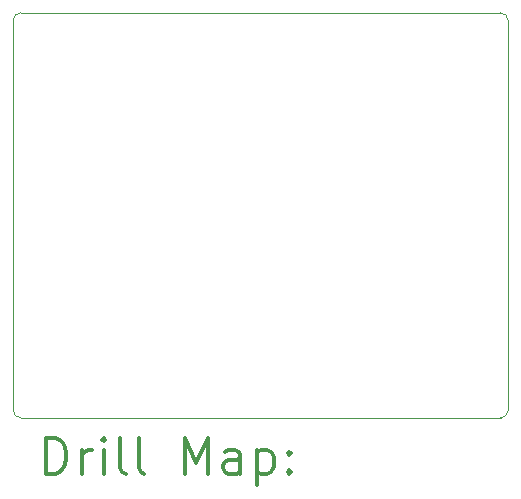
<source format=gbr>
%FSLAX45Y45*%
G04 Gerber Fmt 4.5, Leading zero omitted, Abs format (unit mm)*
G04 Created by KiCad (PCBNEW (5.1.12-1-10_14)) date 2021-11-20 17:27:40*
%MOMM*%
%LPD*%
G01*
G04 APERTURE LIST*
%TA.AperFunction,Profile*%
%ADD10C,0.120000*%
%TD*%
%ADD11C,0.200000*%
%ADD12C,0.300000*%
G04 APERTURE END LIST*
D10*
X16002000Y-4508500D02*
G75*
G02*
X16065500Y-4572000I0J-63500D01*
G01*
X16065500Y-7874000D02*
G75*
G02*
X16002000Y-7937500I-63500J0D01*
G01*
X11874500Y-4572000D02*
G75*
G02*
X11938000Y-4508500I63500J0D01*
G01*
X11938000Y-7937500D02*
G75*
G02*
X11874500Y-7874000I0J63500D01*
G01*
X11874500Y-7874000D02*
X11874500Y-4572000D01*
X16002000Y-7937500D02*
X11938000Y-7937500D01*
X16065500Y-4572000D02*
X16065500Y-7874000D01*
X11938000Y-4508500D02*
X16002000Y-4508500D01*
D11*
D12*
X12154928Y-8409214D02*
X12154928Y-8109214D01*
X12226357Y-8109214D01*
X12269214Y-8123500D01*
X12297786Y-8152071D01*
X12312071Y-8180643D01*
X12326357Y-8237786D01*
X12326357Y-8280643D01*
X12312071Y-8337786D01*
X12297786Y-8366357D01*
X12269214Y-8394929D01*
X12226357Y-8409214D01*
X12154928Y-8409214D01*
X12454928Y-8409214D02*
X12454928Y-8209214D01*
X12454928Y-8266357D02*
X12469214Y-8237786D01*
X12483500Y-8223500D01*
X12512071Y-8209214D01*
X12540643Y-8209214D01*
X12640643Y-8409214D02*
X12640643Y-8209214D01*
X12640643Y-8109214D02*
X12626357Y-8123500D01*
X12640643Y-8137786D01*
X12654928Y-8123500D01*
X12640643Y-8109214D01*
X12640643Y-8137786D01*
X12826357Y-8409214D02*
X12797786Y-8394929D01*
X12783500Y-8366357D01*
X12783500Y-8109214D01*
X12983500Y-8409214D02*
X12954928Y-8394929D01*
X12940643Y-8366357D01*
X12940643Y-8109214D01*
X13326357Y-8409214D02*
X13326357Y-8109214D01*
X13426357Y-8323500D01*
X13526357Y-8109214D01*
X13526357Y-8409214D01*
X13797786Y-8409214D02*
X13797786Y-8252071D01*
X13783500Y-8223500D01*
X13754928Y-8209214D01*
X13697786Y-8209214D01*
X13669214Y-8223500D01*
X13797786Y-8394929D02*
X13769214Y-8409214D01*
X13697786Y-8409214D01*
X13669214Y-8394929D01*
X13654928Y-8366357D01*
X13654928Y-8337786D01*
X13669214Y-8309214D01*
X13697786Y-8294929D01*
X13769214Y-8294929D01*
X13797786Y-8280643D01*
X13940643Y-8209214D02*
X13940643Y-8509214D01*
X13940643Y-8223500D02*
X13969214Y-8209214D01*
X14026357Y-8209214D01*
X14054928Y-8223500D01*
X14069214Y-8237786D01*
X14083500Y-8266357D01*
X14083500Y-8352071D01*
X14069214Y-8380643D01*
X14054928Y-8394929D01*
X14026357Y-8409214D01*
X13969214Y-8409214D01*
X13940643Y-8394929D01*
X14212071Y-8380643D02*
X14226357Y-8394929D01*
X14212071Y-8409214D01*
X14197786Y-8394929D01*
X14212071Y-8380643D01*
X14212071Y-8409214D01*
X14212071Y-8223500D02*
X14226357Y-8237786D01*
X14212071Y-8252071D01*
X14197786Y-8237786D01*
X14212071Y-8223500D01*
X14212071Y-8252071D01*
M02*

</source>
